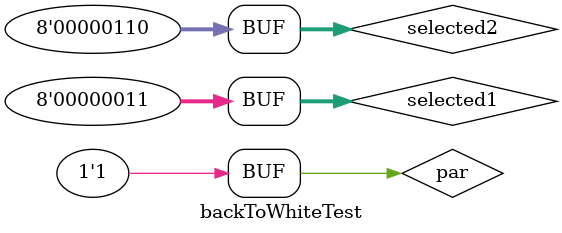
<source format=sv>
module backToWhiteTest();
	logic par;  
	byte selected1;  
	byte selected2;
	logic par1;
	logic par2;
	logic par3;
	logic par4;
	logic par5;
	logic par6;
	logic par7;
	logic par8;
	logic par9;
	logic par10;
	logic par11;
	logic par12;
	logic par13;
	logic par14;
	logic par15;
	logic par16;
	
	backToWhite b2w(.par(par), .selected1(selected1), .selected2(selected2),
	.par1(par1), .par2(par2), .par3(par3), .par4(par4),
	.par5(par5), .par6(par6), .par7(par7), .par8(par8),
	.par9(par9), .par10(par10), .par11(par11), .par12(par12),
	.par13(par13), .par14(par14), .par15(par15), .par16(par16));
	
	initial begin
		
		#5;
		selected1=3;
		selected2=6;
		#5;
		par=0;
		#5;
		par=1;
		#10;
		
	
	end
	
endmodule
</source>
